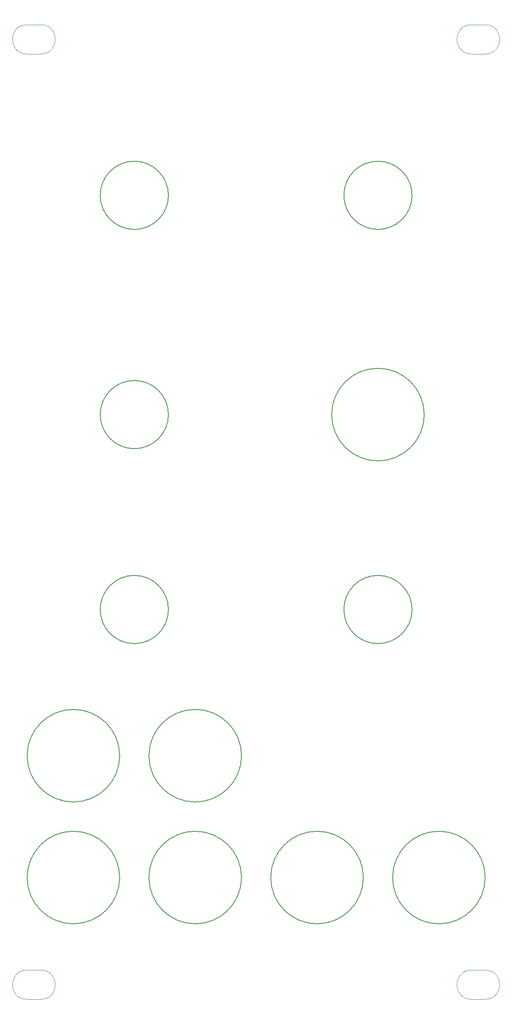
<source format=gbr>
G04 #@! TF.GenerationSoftware,KiCad,Pcbnew,7.0.2-6a45011f42~172~ubuntu22.04.1*
G04 #@! TF.CreationDate,2023-05-05T21:30:00-04:00*
G04 #@! TF.ProjectId,pmf_panel,706d665f-7061-46e6-956c-2e6b69636164,rev?*
G04 #@! TF.SameCoordinates,Original*
G04 #@! TF.FileFunction,Other,Comment*
%FSLAX46Y46*%
G04 Gerber Fmt 4.6, Leading zero omitted, Abs format (unit mm)*
G04 Created by KiCad (PCBNEW 7.0.2-6a45011f42~172~ubuntu22.04.1) date 2023-05-05 21:30:00*
%MOMM*%
%LPD*%
G01*
G04 APERTURE LIST*
%ADD10C,0.120000*%
%ADD11C,0.150000*%
G04 APERTURE END LIST*
D10*
G04 #@! TO.C,H14*
X97000000Y0D02*
X94200000Y0D01*
X97000000Y6000000D02*
X94200000Y6000000D01*
X97000000Y194000000D02*
X94200000Y194000000D01*
X97000000Y200000000D02*
X94200000Y200000000D01*
X97000000Y0D02*
G75*
G03*
X97000000Y6000000I0J3000000D01*
G01*
X97000000Y194000000D02*
G75*
G03*
X97000000Y200000000I0J3000000D01*
G01*
X94200000Y6000000D02*
G75*
G03*
X94200000Y0I0J-3000000D01*
G01*
X94200000Y200000000D02*
G75*
G03*
X94200000Y194000000I0J-3000000D01*
G01*
D11*
G04 #@! TO.C,H10*
X82000000Y165000000D02*
G75*
G03*
X82000000Y165000000I-7000000J0D01*
G01*
G04 #@! TO.C,H1*
X22000000Y50000000D02*
G75*
G03*
X22000000Y50000000I-9500000J0D01*
G01*
D10*
G04 #@! TO.C,H11*
X3000000Y200000000D02*
X5800000Y200000000D01*
X3000000Y194000000D02*
X5800000Y194000000D01*
X3000000Y6000000D02*
X5800000Y6000000D01*
X3000000Y0D02*
X5800000Y0D01*
X3000000Y200000000D02*
G75*
G03*
X3000000Y194000000I0J-3000000D01*
G01*
X3000000Y6000000D02*
G75*
G03*
X3000000Y0I0J-3000000D01*
G01*
X5800000Y194000000D02*
G75*
G03*
X5800000Y200000000I0J3000000D01*
G01*
X5800000Y0D02*
G75*
G03*
X5800000Y6000000I0J3000000D01*
G01*
D11*
G04 #@! TO.C,H2*
X22000000Y25000000D02*
G75*
G03*
X22000000Y25000000I-9500000J0D01*
G01*
G04 #@! TO.C,H3*
X47000000Y50000000D02*
G75*
G03*
X47000000Y50000000I-9500000J0D01*
G01*
G04 #@! TO.C,H4*
X47000000Y25000000D02*
G75*
G03*
X47000000Y25000000I-9500000J0D01*
G01*
G04 #@! TO.C,H5*
X97000000Y25000000D02*
G75*
G03*
X97000000Y25000000I-9500000J0D01*
G01*
G04 #@! TO.C,H6*
X72000000Y25000000D02*
G75*
G03*
X72000000Y25000000I-9500000J0D01*
G01*
G04 #@! TO.C,H15*
X32000000Y80000000D02*
G75*
G03*
X32000000Y80000000I-7000000J0D01*
G01*
G04 #@! TO.C,H8*
X82000000Y80000000D02*
G75*
G03*
X82000000Y80000000I-7000000J0D01*
G01*
G04 #@! TO.C,H16*
X32000000Y120000000D02*
G75*
G03*
X32000000Y120000000I-7000000J0D01*
G01*
G04 #@! TO.C,H9*
X84500000Y120000000D02*
G75*
G03*
X84500000Y120000000I-9500000J0D01*
G01*
G04 #@! TO.C,H7*
X32000000Y165000000D02*
G75*
G03*
X32000000Y165000000I-7000000J0D01*
G01*
G04 #@! TD*
M02*

</source>
